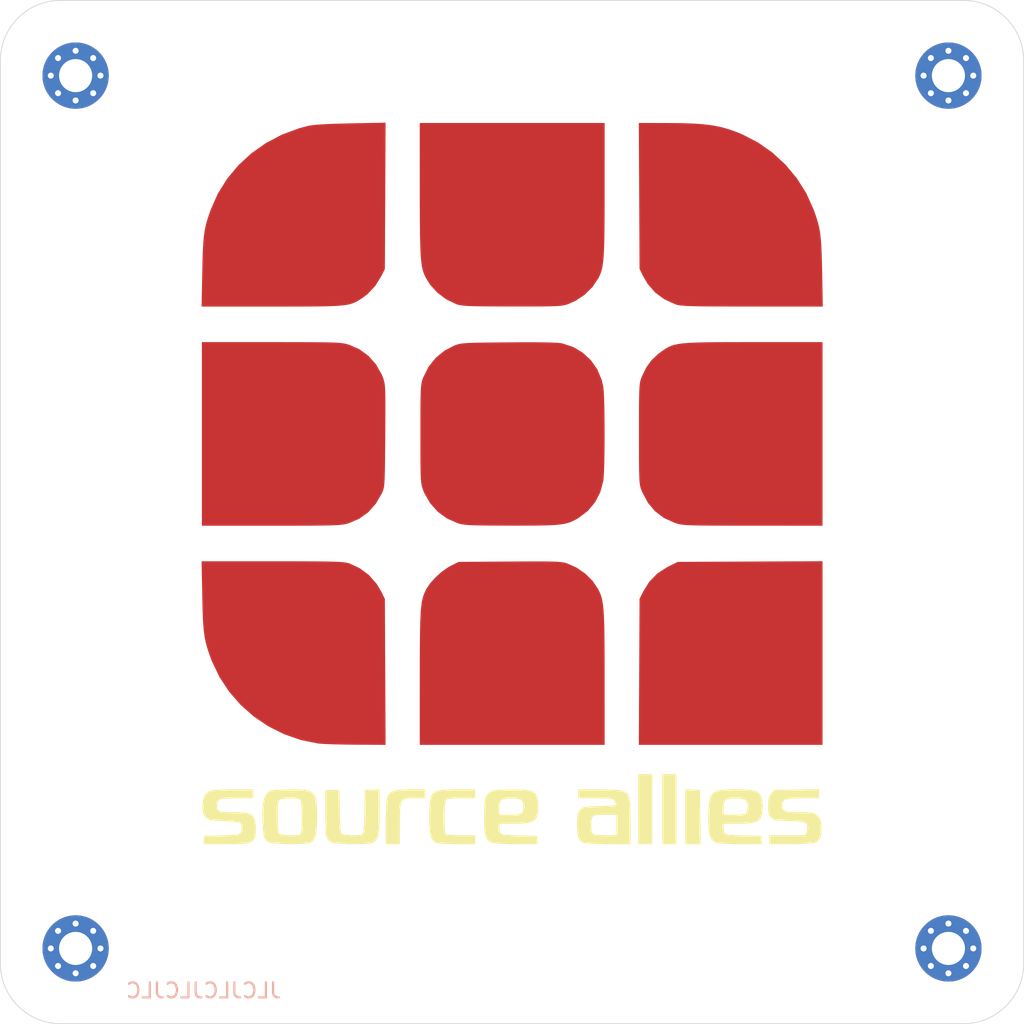
<source format=kicad_pcb>
(kicad_pcb (version 20171130) (host pcbnew 5.1.6-1.fc32)

  (general
    (thickness 1.6)
    (drawings 9)
    (tracks 0)
    (zones 0)
    (modules 6)
    (nets 1)
  )

  (page A4)
  (layers
    (0 F.Cu signal)
    (31 B.Cu signal)
    (32 B.Adhes user)
    (33 F.Adhes user)
    (34 B.Paste user)
    (35 F.Paste user)
    (36 B.SilkS user)
    (37 F.SilkS user)
    (38 B.Mask user)
    (39 F.Mask user)
    (40 Dwgs.User user)
    (41 Cmts.User user)
    (42 Eco1.User user)
    (43 Eco2.User user)
    (44 Edge.Cuts user)
    (45 Margin user)
    (46 B.CrtYd user)
    (47 F.CrtYd user)
    (48 B.Fab user)
    (49 F.Fab user)
  )

  (setup
    (last_trace_width 0.25)
    (trace_clearance 0.2)
    (zone_clearance 0.508)
    (zone_45_only no)
    (trace_min 0.2)
    (via_size 0.8)
    (via_drill 0.4)
    (via_min_size 0.4)
    (via_min_drill 0.3)
    (uvia_size 0.3)
    (uvia_drill 0.1)
    (uvias_allowed no)
    (uvia_min_size 0.2)
    (uvia_min_drill 0.1)
    (edge_width 0.05)
    (segment_width 0.2)
    (pcb_text_width 0.3)
    (pcb_text_size 1.5 1.5)
    (mod_edge_width 0.12)
    (mod_text_size 1 1)
    (mod_text_width 0.15)
    (pad_size 1.524 1.524)
    (pad_drill 0.762)
    (pad_to_mask_clearance 0.05)
    (aux_axis_origin 0 0)
    (visible_elements FFFFF77F)
    (pcbplotparams
      (layerselection 0x010fc_ffffffff)
      (usegerberextensions false)
      (usegerberattributes true)
      (usegerberadvancedattributes true)
      (creategerberjobfile true)
      (excludeedgelayer true)
      (linewidth 0.100000)
      (plotframeref false)
      (viasonmask false)
      (mode 1)
      (useauxorigin false)
      (hpglpennumber 1)
      (hpglpenspeed 20)
      (hpglpendiameter 15.000000)
      (psnegative false)
      (psa4output false)
      (plotreference true)
      (plotvalue true)
      (plotinvisibletext false)
      (padsonsilk false)
      (subtractmaskfromsilk true)
      (outputformat 1)
      (mirror false)
      (drillshape 0)
      (scaleselection 1)
      (outputdirectory "gerber/"))
  )

  (net 0 "")

  (net_class Default "This is the default net class."
    (clearance 0.2)
    (trace_width 0.25)
    (via_dia 0.8)
    (via_drill 0.4)
    (uvia_dia 0.3)
    (uvia_drill 0.1)
  )

  (module kbd:source_text (layer F.Cu) (tedit 0) (tstamp 5F083FEE)
    (at 119 138.7)
    (fp_text reference G*** (at 0 0) (layer F.SilkS) hide
      (effects (font (size 1.524 1.524) (thickness 0.3)))
    )
    (fp_text value LOGO (at 0.75 0) (layer F.SilkS) hide
      (effects (font (size 1.524 1.524) (thickness 0.3)))
    )
    (fp_poly (pts (xy -17.187334 -0.677334) (xy -18.266834 -0.676037) (xy -18.683994 -0.670559) (xy -19.04349 -0.656538)
      (xy -19.309352 -0.636031) (xy -19.445607 -0.611095) (xy -19.450892 -0.608329) (xy -19.569408 -0.446946)
      (xy -19.614394 -0.211359) (xy -19.578314 0.016693) (xy -19.517431 0.11314) (xy -19.417408 0.179723)
      (xy -19.255506 0.222302) (xy -18.998662 0.245445) (xy -18.613809 0.253719) (xy -18.497603 0.254)
      (xy -18.106474 0.26287) (xy -17.760163 0.286766) (xy -17.50572 0.321612) (xy -17.412321 0.348003)
      (xy -17.194339 0.521899) (xy -17.065656 0.813099) (xy -17.019485 1.237945) (xy -17.019157 1.29515)
      (xy -17.02782 1.632979) (xy -17.065084 1.891623) (xy -17.150856 2.081618) (xy -17.305042 2.213502)
      (xy -17.547552 2.29781) (xy -17.898292 2.345081) (xy -18.37717 2.36585) (xy -19.004094 2.370655)
      (xy -19.05116 2.370666) (xy -20.500063 2.370666) (xy -20.473532 2.0955) (xy -20.447 1.820333)
      (xy -19.309584 1.7966) (xy -18.847112 1.780325) (xy -18.465553 1.753892) (xy -18.194126 1.720022)
      (xy -18.06205 1.681432) (xy -18.060751 1.6804) (xy -17.978105 1.523678) (xy -17.952598 1.292776)
      (xy -17.984861 1.070214) (xy -18.055167 0.951577) (xy -18.177638 0.915237) (xy -18.431796 0.87992)
      (xy -18.780025 0.849751) (xy -19.16826 0.829452) (xy -19.597284 0.811927) (xy -19.891285 0.791554)
      (xy -20.084507 0.76071) (xy -20.211193 0.711771) (xy -20.305587 0.637114) (xy -20.37476 0.560854)
      (xy -20.502093 0.36759) (xy -20.561781 0.131994) (xy -20.574 -0.135926) (xy -20.52524 -0.605719)
      (xy -20.37745 -0.941091) (xy -20.128372 -1.146583) (xy -20.055939 -1.176155) (xy -19.872367 -1.210439)
      (xy -19.554917 -1.238795) (xy -19.139002 -1.259103) (xy -18.660036 -1.269244) (xy -18.487033 -1.27)
      (xy -17.187334 -1.27) (xy -17.187334 -0.677334)) (layer F.SilkS) (width 0.01))
    (fp_poly (pts (xy -13.855594 -1.246123) (xy -13.497924 -1.176296) (xy -13.249634 -1.040189) (xy -13.09091 -0.820106)
      (xy -13.001941 -0.49835) (xy -12.962912 -0.057227) (xy -12.95401 0.520962) (xy -12.954 0.550333)
      (xy -12.966093 1.142265) (xy -13.006169 1.587514) (xy -13.079925 1.907256) (xy -13.193059 2.122667)
      (xy -13.351267 2.254925) (xy -13.421084 2.286538) (xy -13.625019 2.328531) (xy -13.949587 2.355983)
      (xy -14.354331 2.369534) (xy -14.798794 2.369826) (xy -15.242519 2.357498) (xy -15.645048 2.33319)
      (xy -15.965925 2.297544) (xy -16.164692 2.251199) (xy -16.182461 2.242832) (xy -16.324356 2.150424)
      (xy -16.422934 2.032831) (xy -16.488528 1.85729) (xy -16.53147 1.591038) (xy -16.562092 1.201313)
      (xy -16.573187 1.003869) (xy -16.584676 0.536378) (xy -15.578667 0.536378) (xy -15.569732 1.072091)
      (xy -15.542848 1.440706) (xy -15.497902 1.643516) (xy -15.477067 1.6764) (xy -15.346417 1.725161)
      (xy -15.10158 1.759454) (xy -14.797247 1.777281) (xy -14.488103 1.776641) (xy -14.228838 1.755534)
      (xy -14.103925 1.726608) (xy -14.047353 1.680302) (xy -14.008896 1.574524) (xy -13.985333 1.3822)
      (xy -13.973444 1.076254) (xy -13.970008 0.629608) (xy -13.97 0.600541) (xy -13.978333 0.059081)
      (xy -14.003509 -0.316936) (xy -14.045794 -0.530586) (xy -14.0716 -0.575734) (xy -14.213509 -0.631954)
      (xy -14.466493 -0.665339) (xy -14.77376 -0.6753) (xy -15.07852 -0.661245) (xy -15.323983 -0.622586)
      (xy -15.4149 -0.589688) (xy -15.483987 -0.538085) (xy -15.53049 -0.450786) (xy -15.55879 -0.297661)
      (xy -15.573269 -0.048578) (xy -15.57831 0.326594) (xy -15.578667 0.536378) (xy -16.584676 0.536378)
      (xy -16.590377 0.30446) (xy -16.558302 -0.245172) (xy -16.475216 -0.657778) (xy -16.339375 -0.94611)
      (xy -16.299279 -0.997597) (xy -16.212902 -1.090906) (xy -16.121171 -1.155749) (xy -15.99237 -1.198369)
      (xy -15.794785 -1.225013) (xy -15.496701 -1.241925) (xy -15.066403 -1.255352) (xy -14.978324 -1.257724)
      (xy -14.342456 -1.267367) (xy -13.855594 -1.246123)) (layer F.SilkS) (width 0.01))
    (fp_poly (pts (xy -8.805334 0.167827) (xy -8.811568 0.812685) (xy -8.833355 1.30955) (xy -8.875322 1.679409)
      (xy -8.942095 1.94325) (xy -9.038302 2.12206) (xy -9.168569 2.236827) (xy -9.272417 2.286538)
      (xy -9.47994 2.329563) (xy -9.807872 2.357388) (xy -10.215584 2.370722) (xy -10.662449 2.370276)
      (xy -11.10784 2.356759) (xy -11.511129 2.330881) (xy -11.831688 2.293352) (xy -12.02889 2.244882)
      (xy -12.042758 2.238136) (xy -12.232554 2.072834) (xy -12.339091 1.881693) (xy -12.360647 1.721736)
      (xy -12.37915 1.426134) (xy -12.393297 1.028565) (xy -12.401787 0.56271) (xy -12.403667 0.211666)
      (xy -12.403667 -1.227667) (xy -11.472334 -1.227667) (xy -11.448997 0.163272) (xy -11.434165 0.712954)
      (xy -11.410671 1.156172) (xy -11.379999 1.473746) (xy -11.343631 1.646499) (xy -11.332797 1.666105)
      (xy -11.206384 1.719991) (xy -10.965192 1.757508) (xy -10.663136 1.77699) (xy -10.354131 1.776768)
      (xy -10.092092 1.755175) (xy -9.930933 1.710542) (xy -9.929294 1.70952) (xy -9.885873 1.620025)
      (xy -9.852069 1.405035) (xy -9.826837 1.05221) (xy -9.809135 0.549211) (xy -9.802294 0.207984)
      (xy -9.779 -1.227667) (xy -8.805334 -1.278451) (xy -8.805334 0.167827)) (layer F.SilkS) (width 0.01))
    (fp_poly (pts (xy -5.757334 -0.677334) (xy -6.4722 -0.677334) (xy -6.802759 -0.674194) (xy -7.048972 -0.650282)
      (xy -7.223262 -0.58386) (xy -7.338052 -0.453187) (xy -7.405766 -0.236525) (xy -7.438827 0.087865)
      (xy -7.449659 0.541722) (xy -7.450667 1.034838) (xy -7.450667 2.370666) (xy -8.382 2.370666)
      (xy -8.382 0.943967) (xy -8.376007 0.387093) (xy -8.359073 -0.092987) (xy -8.332763 -0.468526)
      (xy -8.298646 -0.711777) (xy -8.285876 -0.758474) (xy -8.181235 -0.956998) (xy -8.011088 -1.099669)
      (xy -7.75161 -1.194128) (xy -7.378976 -1.24802) (xy -6.869363 -1.268987) (xy -6.691387 -1.27)
      (xy -5.757334 -1.27) (xy -5.757334 -0.677334)) (layer F.SilkS) (width 0.01))
    (fp_poly (pts (xy -2.455334 -1.27) (xy -2.455334 -0.677334) (xy -3.369734 -0.677334) (xy -3.858936 -0.66707)
      (xy -4.195084 -0.636742) (xy -4.371197 -0.587049) (xy -4.385734 -0.575734) (xy -4.436136 -0.43719)
      (xy -4.469304 -0.137723) (xy -4.485505 0.325744) (xy -4.487334 0.600541) (xy -4.484269 1.055676)
      (xy -4.472926 1.368629) (xy -4.450085 1.566476) (xy -4.412527 1.676293) (xy -4.357031 1.725156)
      (xy -4.353409 1.726608) (xy -4.215907 1.748115) (xy -3.951669 1.7652) (xy -3.603276 1.775709)
      (xy -3.337409 1.778) (xy -2.455334 1.778) (xy -2.455334 2.370666) (xy -3.661834 2.365299)
      (xy -4.112531 2.358021) (xy -4.515661 2.34176) (xy -4.834406 2.318704) (xy -5.031948 2.291046)
      (xy -5.062596 2.28197) (xy -5.236535 2.161371) (xy -5.362557 1.947238) (xy -5.445622 1.620808)
      (xy -5.49069 1.163321) (xy -5.502862 0.616552) (xy -5.494992 0.186904) (xy -5.474022 -0.21256)
      (xy -5.443305 -0.532889) (xy -5.412348 -0.705264) (xy -5.334553 -0.904086) (xy -5.21174 -1.051305)
      (xy -5.020631 -1.154178) (xy -4.737948 -1.219963) (xy -4.340413 -1.255918) (xy -3.804747 -1.2693)
      (xy -3.601053 -1.270001) (xy -2.455334 -1.27)) (layer F.SilkS) (width 0.01))
    (fp_poly (pts (xy 0.858099 -1.244255) (xy 1.182397 -1.196237) (xy 1.407993 -1.109998) (xy 1.558175 -0.978189)
      (xy 1.656227 -0.793459) (xy 1.697474 -0.662572) (xy 1.75241 -0.29929) (xy 1.74581 0.095725)
      (xy 1.683043 0.453366) (xy 1.593999 0.669356) (xy 1.462426 0.812018) (xy 1.258103 0.912305)
      (xy 0.956103 0.975892) (xy 0.531498 1.00846) (xy 0.072032 1.016) (xy -0.846667 1.016)
      (xy -0.846667 1.301966) (xy -0.81573 1.524903) (xy -0.740717 1.67552) (xy -0.73525 1.6804)
      (xy -0.607148 1.719076) (xy -0.338943 1.753102) (xy 0.040147 1.77976) (xy 0.500902 1.796331)
      (xy 0.513583 1.7966) (xy 1.651 1.820333) (xy 1.677531 2.0955) (xy 1.704062 2.370666)
      (xy 0.238197 2.367276) (xy -0.343835 2.362316) (xy -0.780027 2.349322) (xy -1.093753 2.326529)
      (xy -1.30839 2.292169) (xy -1.447315 2.244475) (xy -1.457549 2.239119) (xy -1.619398 2.106612)
      (xy -1.735867 1.897304) (xy -1.811094 1.590792) (xy -1.849215 1.166674) (xy -1.85437 0.604546)
      (xy -1.847511 0.31627) (xy -1.835218 -0.039355) (xy -0.846667 -0.039355) (xy -0.846667 0.423333)
      (xy -0.143934 0.423333) (xy 0.248548 0.410552) (xy 0.526826 0.37455) (xy 0.6604 0.321733)
      (xy 0.724016 0.178048) (xy 0.759405 -0.057368) (xy 0.762 -0.140955) (xy 0.7355 -0.394279)
      (xy 0.637154 -0.555211) (xy 0.438688 -0.642604) (xy 0.111828 -0.675314) (xy -0.042334 -0.677334)
      (xy -0.418239 -0.662024) (xy -0.656396 -0.600199) (xy -0.786865 -0.468015) (xy -0.839705 -0.24163)
      (xy -0.846667 -0.039355) (xy -1.835218 -0.039355) (xy -1.832052 -0.130933) (xy -1.813774 -0.442391)
      (xy -1.785907 -0.651649) (xy -1.741681 -0.792249) (xy -1.674327 -0.897736) (xy -1.582664 -0.996064)
      (xy -1.484377 -1.088358) (xy -1.384365 -1.152966) (xy -1.250985 -1.19573) (xy -1.052592 -1.222491)
      (xy -0.757544 -1.239088) (xy -0.334197 -1.251363) (xy -0.179743 -1.255022) (xy 0.411815 -1.2614)
      (xy 0.858099 -1.244255)) (layer F.SilkS) (width 0.01))
    (fp_poly (pts (xy 6.251516 -1.264001) (xy 6.702851 -1.247311) (xy 7.065021 -1.221891) (xy 7.304346 -1.189705)
      (xy 7.355938 -1.176155) (xy 7.52653 -1.100605) (xy 7.655495 -0.993714) (xy 7.748492 -0.832976)
      (xy 7.811178 -0.595882) (xy 7.84921 -0.259928) (xy 7.868246 0.197396) (xy 7.873943 0.798594)
      (xy 7.874 0.884795) (xy 7.874 2.370666) (xy 6.371166 2.364936) (xy 5.852558 2.358133)
      (xy 5.394575 2.342913) (xy 5.026394 2.320892) (xy 4.777194 2.293689) (xy 4.687492 2.271641)
      (xy 4.517498 2.140568) (xy 4.404584 1.924839) (xy 4.340829 1.598461) (xy 4.318312 1.135438)
      (xy 4.318026 1.065271) (xy 5.252965 1.065271) (xy 5.261431 1.351207) (xy 5.302437 1.581799)
      (xy 5.350933 1.6764) (xy 5.494984 1.73101) (xy 5.78471 1.765789) (xy 6.197321 1.777999)
      (xy 6.1976 1.778) (xy 6.942666 1.778) (xy 6.942666 0.423333) (xy 6.183645 0.423333)
      (xy 5.814373 0.427614) (xy 5.57828 0.445103) (xy 5.439328 0.482772) (xy 5.361478 0.547591)
      (xy 5.336978 0.5871) (xy 5.27787 0.788924) (xy 5.252965 1.065271) (xy 4.318026 1.065271)
      (xy 4.318 1.05907) (xy 4.323502 0.696345) (xy 4.346761 0.455738) (xy 4.397899 0.290205)
      (xy 4.487041 0.152702) (xy 4.522132 0.110554) (xy 4.610773 0.013775) (xy 4.702414 -0.053176)
      (xy 4.829149 -0.09679) (xy 5.02307 -0.123558) (xy 5.316272 -0.139973) (xy 5.740848 -0.152526)
      (xy 5.834466 -0.154896) (xy 6.245405 -0.169476) (xy 6.587391 -0.189679) (xy 6.829097 -0.213047)
      (xy 6.939195 -0.23712) (xy 6.942666 -0.24189) (xy 6.898801 -0.348444) (xy 6.810865 -0.489162)
      (xy 6.748358 -0.565123) (xy 6.666011 -0.617337) (xy 6.53392 -0.650234) (xy 6.322179 -0.668245)
      (xy 6.000883 -0.675801) (xy 5.540865 -0.677334) (xy 4.402666 -0.677334) (xy 4.402666 -1.27)
      (xy 5.744699 -1.27) (xy 6.251516 -1.264001)) (layer F.SilkS) (width 0.01))
    (fp_poly (pts (xy 9.313333 2.370666) (xy 8.382 2.370666) (xy 8.382 -2.286) (xy 9.313333 -2.286)
      (xy 9.313333 2.370666)) (layer F.SilkS) (width 0.01))
    (fp_poly (pts (xy 10.922 2.370666) (xy 9.990666 2.370666) (xy 9.990666 -2.286) (xy 10.922 -2.286)
      (xy 10.922 2.370666)) (layer F.SilkS) (width 0.01))
    (fp_poly (pts (xy 12.0015 -1.253059) (xy 12.488333 -1.227667) (xy 12.511183 0.5715) (xy 12.534034 2.370666)
      (xy 11.514666 2.370666) (xy 11.514666 -1.278451) (xy 12.0015 -1.253059)) (layer F.SilkS) (width 0.01))
    (fp_poly (pts (xy 15.437013 -1.260908) (xy 15.861912 -1.22844) (xy 16.165658 -1.16481) (xy 16.371981 -1.062231)
      (xy 16.504612 -0.912918) (xy 16.587281 -0.709082) (xy 16.588347 -0.705264) (xy 16.673163 -0.178311)
      (xy 16.616846 0.340061) (xy 16.588347 0.451263) (xy 16.499347 0.665305) (xy 16.353184 0.819882)
      (xy 16.125662 0.923534) (xy 15.792589 0.984803) (xy 15.329769 1.012231) (xy 14.988719 1.016)
      (xy 14.054666 1.016) (xy 14.054666 1.301966) (xy 14.085604 1.524903) (xy 14.160616 1.67552)
      (xy 14.166083 1.6804) (xy 14.294185 1.719076) (xy 14.56239 1.753102) (xy 14.94148 1.77976)
      (xy 15.402235 1.796331) (xy 15.414916 1.7966) (xy 16.552333 1.820333) (xy 16.578864 2.0955)
      (xy 16.605395 2.370666) (xy 15.139531 2.367276) (xy 14.557498 2.362316) (xy 14.121307 2.349322)
      (xy 13.80758 2.326529) (xy 13.592943 2.292169) (xy 13.454018 2.244475) (xy 13.443785 2.239119)
      (xy 13.279096 2.101764) (xy 13.161394 1.882139) (xy 13.086451 1.560206) (xy 13.050041 1.115927)
      (xy 13.047936 0.529264) (xy 13.051632 0.379994) (xy 13.070194 -0.039355) (xy 14.054666 -0.039355)
      (xy 14.054666 0.423333) (xy 14.7574 0.423333) (xy 15.149881 0.410552) (xy 15.42816 0.37455)
      (xy 15.561733 0.321733) (xy 15.625349 0.178048) (xy 15.660739 -0.057368) (xy 15.663333 -0.140955)
      (xy 15.636834 -0.394279) (xy 15.538488 -0.555211) (xy 15.340021 -0.642604) (xy 15.013162 -0.675314)
      (xy 14.859 -0.677334) (xy 14.483094 -0.662024) (xy 14.244937 -0.600199) (xy 14.114469 -0.468015)
      (xy 14.061628 -0.24163) (xy 14.054666 -0.039355) (xy 13.070194 -0.039355) (xy 13.076007 -0.170667)
      (xy 13.127729 -0.583169) (xy 13.228655 -0.877377) (xy 13.400642 -1.073153) (xy 13.665547 -1.190361)
      (xy 14.045227 -1.248865) (xy 14.561538 -1.268527) (xy 14.867231 -1.270001) (xy 15.437013 -1.260908)) (layer F.SilkS) (width 0.01))
    (fp_poly (pts (xy 20.404666 -0.677334) (xy 19.310047 -0.677334) (xy 18.798619 -0.671369) (xy 18.432619 -0.647548)
      (xy 18.18838 -0.596981) (xy 18.042237 -0.51078) (xy 17.97052 -0.380056) (xy 17.949563 -0.195919)
      (xy 17.949333 -0.166265) (xy 17.973753 0.001364) (xy 18.062794 0.118912) (xy 18.240129 0.194551)
      (xy 18.529431 0.236453) (xy 18.954372 0.252792) (xy 19.166712 0.254) (xy 19.572853 0.257219)
      (xy 19.848687 0.271489) (xy 20.033191 0.303723) (xy 20.165342 0.360836) (xy 20.284116 0.449745)
      (xy 20.287785 0.452894) (xy 20.424134 0.597408) (xy 20.502801 0.77306) (xy 20.54549 1.037952)
      (xy 20.556697 1.172757) (xy 20.554461 1.646106) (xy 20.465349 1.984804) (xy 20.284072 2.202578)
      (xy 20.130036 2.280504) (xy 19.958514 2.311243) (xy 19.653126 2.337479) (xy 19.249321 2.357269)
      (xy 18.782548 2.368666) (xy 18.487032 2.370666) (xy 17.102666 2.370666) (xy 17.102666 1.778)
      (xy 19.476963 1.778) (xy 19.574959 1.562922) (xy 19.626437 1.265114) (xy 19.592584 1.118422)
      (xy 19.552359 1.019689) (xy 19.493035 0.95245) (xy 19.383394 0.908347) (xy 19.192221 0.87902)
      (xy 18.888298 0.85611) (xy 18.540273 0.836638) (xy 18.144385 0.814858) (xy 17.806544 0.79543)
      (xy 17.565158 0.780615) (xy 17.4625 0.773138) (xy 17.328387 0.709118) (xy 17.187333 0.592666)
      (xy 17.092399 0.46268) (xy 17.040075 0.2804) (xy 17.019645 -0.002081) (xy 17.018 -0.164613)
      (xy 17.02723 -0.499851) (xy 17.064116 -0.722086) (xy 17.142452 -0.887079) (xy 17.222192 -0.990113)
      (xy 17.426384 -1.227667) (xy 18.915525 -1.255828) (xy 20.404666 -1.283988) (xy 20.404666 -0.677334)) (layer F.SilkS) (width 0.01))
  )

  (module kbd:source_logo_clean (layer F.Cu) (tedit 5F07C6C3) (tstamp 5F0834A3)
    (at 118.9 108.1)
    (attr smd)
    (fp_text reference G*** (at 13.97 16.51) (layer F.SilkS) hide
      (effects (font (size 1.524 1.524) (thickness 0.3)))
    )
    (fp_text value LOGO (at 14.72 16.51) (layer F.SilkS) hide
      (effects (font (size 1.524 1.524) (thickness 0.3)))
    )
    (pad 1 smd custom (at -13.9 -8.26) (size 1.524 1.524) (layers F.Cu F.Paste F.Mask)
      (options (clearance outline) (anchor circle))
      (primitives
        (gr_poly (pts
           (xy 5.5695 -1.851231) (xy 5.545666 3.005667) (xy 5.315205 3.474489) (xy 4.910537 4.128135) (xy 4.399941 4.673284)
           (xy 4.022256 4.956276) (xy 3.84389 5.069094) (xy 3.679237 5.165225) (xy 3.513665 5.246007) (xy 3.332542 5.312773)
           (xy 3.121235 5.366859) (xy 2.865113 5.4096) (xy 2.549542 5.442332) (xy 2.15989 5.46639) (xy 1.681526 5.48311)
           (xy 1.099816 5.493826) (xy 0.400129 5.499874) (xy -0.432169 5.502589) (xy -1.411708 5.503306) (xy -1.972395 5.503334)
           (xy -6.623388 5.503334) (xy -6.578671 3.196167) (xy -6.561407 2.418044) (xy -6.540313 1.781157) (xy -6.511541 1.257412)
           (xy -6.47124 0.818712) (xy -6.415563 0.43696) (xy -6.340661 0.08406) (xy -6.242683 -0.268083) (xy -6.117783 -0.647567)
           (xy -6.010928 -0.948232) (xy -5.538797 -2.008754) (xy -4.924226 -2.990541) (xy -4.179963 -3.88261) (xy -3.318757 -4.67398)
           (xy -2.353355 -5.353667) (xy -1.296508 -5.910687) (xy -0.160962 -6.334059) (xy 0.421239 -6.489609) (xy 0.692918 -6.537099)
           (xy 1.074868 -6.576842) (xy 1.580834 -6.609674) (xy 2.224563 -6.63643) (xy 3.0198 -6.657943) (xy 3.2835 -6.663374)
           (xy 5.593334 -6.708128) (xy 5.5695 -1.851231)) (width 0.01))
      ))
    (pad 2 smd custom (at 0.07 -8.26) (size 1.524 1.524) (layers F.Cu F.Paste F.Mask)
      (options (clearance outline) (anchor circle))
      (primitives
        (gr_poly (pts
           (xy 6.179196 -2.264833) (xy 6.178022 -1.197646) (xy 6.174581 -0.285081) (xy 6.167853 0.487568) (xy 6.156816 1.135008)
           (xy 6.140448 1.671945) (xy 6.117727 2.113086) (xy 6.087631 2.473137) (xy 6.04914 2.766806) (xy 6.00123 3.008798)
           (xy 5.942882 3.213819) (xy 5.873072 3.396578) (xy 5.790779 3.571779) (xy 5.771024 3.610524) (xy 5.374737 4.204552)
           (xy 4.851592 4.720607) (xy 4.237301 5.128102) (xy 3.752979 5.339053) (xy 3.620501 5.381106) (xy 3.479805 5.415274)
           (xy 3.312703 5.442324) (xy 3.101008 5.463025) (xy 2.826531 5.478145) (xy 2.471086 5.48845) (xy 2.016484 5.49471)
           (xy 1.444538 5.497691) (xy 0.737061 5.498162) (xy 0.007912 5.497147) (xy -0.833876 5.494945) (xy -1.524275 5.491307)
           (xy -2.08123 5.485446) (xy -2.522683 5.476572) (xy -2.86658 5.463895) (xy -3.130864 5.446628) (xy -3.333477 5.42398)
           (xy -3.492366 5.395162) (xy -3.625472 5.359386) (xy -3.70104 5.334033) (xy -4.339558 5.025258) (xy -4.922027 4.586538)
           (xy -5.408556 4.052503) (xy -5.686359 3.610524) (xy -5.771517 3.435016) (xy -5.843968 3.255166) (xy -5.904735 3.056267)
           (xy -5.95484 2.823614) (xy -5.995303 2.5425) (xy -6.027147 2.198217) (xy -6.051393 1.77606) (xy -6.069063 1.261323)
           (xy -6.081178 0.639297) (xy -6.088761 -0.104722) (xy -6.092833 -0.985442) (xy -6.094415 -2.017569) (xy -6.09453 -2.264833)
           (xy -6.096 -6.688666) (xy 6.180666 -6.688666) (xy 6.179196 -2.264833)) (width 0.01))
      ))
    (pad 3 smd custom (at 15.31 -8.26) (size 1.524 1.524) (layers F.Cu F.Paste F.Mask)
      (options (clearance outline) (anchor circle))
      (primitives
        (gr_poly (pts
           (xy -4.892151 -6.686052) (xy -3.956898 -6.677141) (xy -3.162446 -6.650392) (xy -2.480811 -6.601565) (xy -1.884009 -6.526422)
           (xy -1.344056 -6.42072) (xy -0.832967 -6.280221) (xy -0.322757 -6.100684) (xy 0.092734 -5.93076) (xy 1.134384 -5.393694)
           (xy 2.095786 -4.717727) (xy 2.960997 -3.919676) (xy 3.714078 -3.016354) (xy 4.339086 -2.024578) (xy 4.82008 -0.961163)
           (xy 4.830225 -0.933524) (xy 4.975173 -0.524188) (xy 5.090811 -0.159181) (xy 5.180941 0.189382) (xy 5.249366 0.549385)
           (xy 5.299888 0.948716) (xy 5.336309 1.415258) (xy 5.362431 1.976897) (xy 5.382058 2.661519) (xy 5.393337 3.196167)
           (xy 5.438054 5.503334) (xy 0.750527 5.500569) (xy -0.271194 5.499568) (xy -1.137846 5.497588) (xy -1.863692 5.494212)
           (xy -2.462994 5.489023) (xy -2.950016 5.481603) (xy -3.33902 5.471536) (xy -3.644271 5.458404) (xy -3.88003 5.44179)
           (xy -4.060562 5.421277) (xy -4.200128 5.396447) (xy -4.312992 5.366883) (xy -4.361439 5.351038) (xy -5.092444 5.017532)
           (xy -5.706025 4.56229) (xy -6.204678 3.983125) (xy -6.497066 3.481831) (xy -6.731 3.005667) (xy -6.754818 -1.8415)
           (xy -6.778636 -6.688666) (xy -4.892151 -6.686052)) (width 0.01))
      ))
    (pad 4 smd custom (at 15.31 5.71) (size 1.524 1.524) (layers F.Cu F.Paste F.Mask)
      (options (clearance outline) (anchor circle))
      (primitives
        (gr_poly (pts
           (xy 5.418666 6.096) (xy 0.783166 6.093814) (xy -0.220497 6.093213) (xy -1.069665 6.092064) (xy -1.779173 6.089816)
           (xy -2.363858 6.085917) (xy -2.838559 6.079814) (xy -3.218112 6.070957) (xy -3.517353 6.058794) (xy -3.75112 6.042771)
           (xy -3.934251 6.022338) (xy -4.081581 5.996942) (xy -4.207949 5.966032) (xy -4.32819 5.929055) (xy -4.412966 5.900525)
           (xy -5.115959 5.57972) (xy -5.706003 5.133848) (xy -6.186052 4.560081) (xy -6.559062 3.85559) (xy -6.566183 3.838366)
           (xy -6.617188 3.711516) (xy -6.658848 3.591406) (xy -6.692111 3.460175) (xy -6.71792 3.299959) (xy -6.737223 3.092894)
           (xy -6.750962 2.821119) (xy -6.760085 2.46677) (xy -6.765537 2.011984) (xy -6.768262 1.438898) (xy -6.769206 0.729649)
           (xy -6.769315 0) (xy -6.769144 -0.840144) (xy -6.768003 -1.528817) (xy -6.764946 -2.083883) (xy -6.759027 -2.523205)
           (xy -6.749302 -2.864646) (xy -6.734824 -3.126068) (xy -6.714649 -3.325335) (xy -6.687831 -3.480309) (xy -6.653425 -3.608854)
           (xy -6.610485 -3.728833) (xy -6.566183 -3.838366) (xy -6.277562 -4.429209) (xy -5.934307 -4.902195) (xy -5.497982 -5.308021)
           (xy -5.389415 -5.390576) (xy -5.191952 -5.534685) (xy -5.01076 -5.657696) (xy -4.831155 -5.761279) (xy -4.638455 -5.847104)
           (xy -4.417976 -5.91684) (xy -4.155035 -5.972157) (xy -3.834949 -6.014726) (xy -3.443035 -6.046216) (xy -2.96461 -6.068297)
           (xy -2.384991 -6.082639) (xy -1.689494 -6.090911) (xy -0.863437 -6.094785) (xy 0.107863 -6.095929) (xy 0.813251 -6.096)
           (xy 5.418666 -6.096) (xy 5.418666 6.096)) (width 0.01))
      ))
    (pad 6 smd custom (at -13.9 5.71) (size 1.524 1.524) (layers F.Cu F.Paste F.Mask)
      (options (clearance outline) (anchor circle))
      (primitives
        (gr_poly (pts
           (xy -0.994061 -6.095742) (xy -0.143944 -6.09464) (xy 0.566688 -6.092201) (xy 1.152761 -6.087933) (xy 1.629198 -6.081343)
           (xy 2.010925 -6.071938) (xy 2.312865 -6.059225) (xy 2.549944 -6.042711) (xy 2.737085 -6.021905) (xy 2.889214 -5.996313)
           (xy 3.021253 -5.965442) (xy 3.148129 -5.928801) (xy 3.157996 -5.925762) (xy 3.849813 -5.626107) (xy 4.452834 -5.188188)
           (xy 4.952749 -4.625812) (xy 5.335244 -3.952789) (xy 5.420734 -3.742705) (xy 5.464339 -3.619566) (xy 5.49982 -3.494396)
           (xy 5.527862 -3.349525) (xy 5.54915 -3.167284) (xy 5.564368 -2.930002) (xy 5.574201 -2.620012) (xy 5.579335 -2.219642)
           (xy 5.580454 -1.711225) (xy 5.578243 -1.077089) (xy 5.573387 -0.299567) (xy 5.5704 0.118542) (xy 5.56399 0.966599)
           (xy 5.557641 1.662739) (xy 5.550354 2.224376) (xy 5.541129 2.668923) (xy 5.528966 3.013796) (xy 5.512866 3.276406)
           (xy 5.49183 3.474167) (xy 5.464857 3.624494) (xy 5.430949 3.7448) (xy 5.389105 3.852498) (xy 5.351211 3.937)
           (xy 4.946803 4.636498) (xy 4.437972 5.205691) (xy 3.829658 5.640101) (xy 3.157996 5.925762) (xy 3.030902 5.962863)
           (xy 2.89978 5.994156) (xy 2.749705 6.020132) (xy 2.565753 6.041286) (xy 2.333 6.058108) (xy 2.03652 6.071093)
           (xy 1.66139 6.080733) (xy 1.192685 6.08752) (xy 0.61548 6.091948) (xy -0.085149 6.094508) (xy -0.924125 6.095694)
           (xy -1.916375 6.095999) (xy -1.998586 6.096) (xy -6.604 6.096) (xy -6.604 -6.096) (xy -1.998586 -6.096)
           (xy -0.994061 -6.095742)) (width 0.01))
      ))
    (pad 7 smd custom (at -13.9 22.22) (size 1.524 1.524) (layers F.Cu F.Paste F.Mask)
      (options (clearance outline) (anchor circle))
      (primitives
        (gr_poly (pts
           (xy -0.90302 -8.042878) (xy -0.031466 -8.041253) (xy 0.699016 -8.03807) (xy 1.302553 -8.032942) (xy 1.793277 -8.025481)
           (xy 2.185315 -8.015299) (xy 2.492797 -8.002008) (xy 2.729853 -7.98522) (xy 2.910611 -7.964548) (xy 3.049201 -7.939603)
           (xy 3.159753 -7.909998) (xy 3.181084 -7.903033) (xy 3.886081 -7.578824) (xy 4.501341 -7.116306) (xy 5.010943 -6.529569)
           (xy 5.315205 -6.014489) (xy 5.545666 -5.545666) (xy 5.569484 -0.6985) (xy 5.593301 4.148667) (xy 3.62215 4.137931)
           (xy 3.025302 4.13182) (xy 2.452925 4.120697) (xy 1.937668 4.105597) (xy 1.51218 4.087558) (xy 1.20911 4.067617)
           (xy 1.123439 4.058571) (xy -0.039232 3.824985) (xy -1.150939 3.439704) (xy -2.197267 2.914165) (xy -3.163804 2.259806)
           (xy -4.036137 1.488065) (xy -4.799853 0.610378) (xy -5.440538 -0.361818) (xy -5.943779 -1.417084) (xy -6.015559 -1.606476)
           (xy -6.160507 -2.015812) (xy -6.276145 -2.380819) (xy -6.366275 -2.729381) (xy -6.4347 -3.089385) (xy -6.485222 -3.488715)
           (xy -6.521643 -3.955257) (xy -6.547766 -4.516897) (xy -6.567392 -5.201519) (xy -6.578671 -5.736166) (xy -6.623388 -8.043333)
           (xy -1.929777 -8.043333) (xy -0.90302 -8.042878)) (width 0.01))
      ))
    (pad 8 smd custom (at 0.07 20.95) (size 1.524 1.524) (layers F.Cu F.Paste F.Mask)
      (options (clearance outline) (anchor circle))
      (primitives
        (gr_poly (pts
           (xy 2.013144 -6.763298) (xy 2.472953 -6.75841) (xy 2.832993 -6.748956) (xy 3.110654 -6.734409) (xy 3.323322 -6.714239)
           (xy 3.488383 -6.68792) (xy 3.623225 -6.654923) (xy 3.671245 -6.640173) (xy 4.306458 -6.359308) (xy 4.891667 -5.956353)
           (xy 5.387783 -5.463723) (xy 5.755713 -4.913833) (xy 5.757618 -4.910107) (xy 5.845524 -4.728349) (xy 5.920306 -4.544926)
           (xy 5.983022 -4.345022) (xy 6.034729 -4.113819) (xy 6.076485 -3.836502) (xy 6.109348 -3.498254) (xy 6.134376 -3.084258)
           (xy 6.152627 -2.579698) (xy 6.165158 -1.969758) (xy 6.173027 -1.239621) (xy 6.177293 -0.374469) (xy 6.179012 0.640512)
           (xy 6.179196 0.994834) (xy 6.180666 5.418667) (xy -6.096 5.418667) (xy -6.09453 0.994834) (xy -6.093407 -0.070217)
           (xy -6.090085 -0.980779) (xy -6.083496 -1.751695) (xy -6.07257 -2.397807) (xy -6.056238 -2.933957) (xy -6.033431 -3.374986)
           (xy -6.003078 -3.735736) (xy -5.964111 -4.031049) (xy -5.91546 -4.275767) (xy -5.856055 -4.484731) (xy -5.784827 -4.672783)
           (xy -5.700707 -4.854766) (xy -5.6684 -4.919031) (xy -5.418872 -5.29707) (xy -5.061806 -5.696159) (xy -4.645296 -6.070628)
           (xy -4.217439 -6.374806) (xy -4.021667 -6.482676) (xy -3.513667 -6.731) (xy -0.138755 -6.755845) (xy 0.724678 -6.761488)
           (xy 1.436182 -6.764148) (xy 2.013144 -6.763298)) (width 0.01))
      ))
    (pad 9 smd custom (at 14.04 20.95) (size 1.524 1.524) (layers F.Cu F.Paste F.Mask)
      (options (clearance outline) (anchor circle))
      (primitives
        (gr_poly (pts
           (xy 6.688666 5.418667) (xy -5.508636 5.418667) (xy -5.484818 0.5715) (xy -5.461 -4.275666) (xy -5.224333 -4.757607)
           (xy -4.81261 -5.419621) (xy -4.285723 -5.9584) (xy -3.636505 -6.381136) (xy -3.575033 -6.412155) (xy -2.930005 -6.731)
           (xy 1.87933 -6.754196) (xy 6.688666 -6.777392) (xy 6.688666 5.418667)) (width 0.01))
      ))
    (pad 5 smd custom (at 1.34 5.71) (size 1.524 1.524) (layers F.Cu F.Paste F.Mask)
      (options (clearance outline) (anchor circle))
      (primitives
        (gr_poly (pts
           (xy 0.272755 -6.086928) (xy 0.91975 -6.080203) (xy 1.425866 -6.066805) (xy 1.80055 -6.046541) (xy 2.053251 -6.019218)
           (xy 2.116666 -6.007511) (xy 2.831147 -5.769503) (xy 3.464031 -5.392538) (xy 3.999158 -4.893836) (xy 4.420367 -4.290619)
           (xy 4.711498 -3.600108) (xy 4.821277 -3.125374) (xy 4.847285 -2.870671) (xy 4.868611 -2.474661) (xy 4.885253 -1.965307)
           (xy 4.897212 -1.370569) (xy 4.904488 -0.71841) (xy 4.90708 -0.036792) (xy 4.904989 0.646323) (xy 4.898215 1.302974)
           (xy 4.886758 1.905199) (xy 4.870617 2.425035) (xy 4.849793 2.834521) (xy 4.824286 3.105696) (xy 4.821277 3.125375)
           (xy 4.619725 3.872807) (xy 4.275948 4.538986) (xy 3.80015 5.108581) (xy 3.202539 5.56626) (xy 3.192294 5.572438)
           (xy 2.972389 5.700246) (xy 2.765833 5.805311) (xy 2.553698 5.889831) (xy 2.31706 5.956002) (xy 2.036993 6.006021)
           (xy 1.694571 6.042085) (xy 1.270869 6.066392) (xy 0.74696 6.081137) (xy 0.10392 6.088519) (xy -0.677179 6.090735)
           (xy -1.27 6.090442) (xy -2.089304 6.088804) (xy -2.758203 6.085391) (xy -3.295625 6.079349) (xy -3.720498 6.069824)
           (xy -4.051748 6.055964) (xy -4.308303 6.036915) (xy -4.509088 6.011824) (xy -4.673032 5.979838) (xy -4.819062 5.940102)
           (xy -4.855134 5.928811) (xy -5.552826 5.619457) (xy -6.166301 5.17283) (xy -6.6749 4.608612) (xy -7.057962 3.946481)
           (xy -7.136297 3.755828) (xy -7.18402 3.623994) (xy -7.222872 3.494161) (xy -7.253763 3.348066) (xy -7.277604 3.167448)
           (xy -7.295307 2.934041) (xy -7.307783 2.629583) (xy -7.315942 2.235811) (xy -7.320697 1.734461) (xy -7.322957 1.107271)
           (xy -7.323635 0.335977) (xy -7.323667 0) (xy -7.323311 -0.832062) (xy -7.321652 -1.512993) (xy -7.317807 -2.060994)
           (xy -7.310891 -2.494265) (xy -7.300021 -2.831009) (xy -7.284312 -3.089427) (xy -7.26288 -3.287719) (xy -7.234841 -3.444088)
           (xy -7.199311 -3.576734) (xy -7.155405 -3.703859) (xy -7.14202 -3.739545) (xy -6.787959 -4.450711) (xy -6.309856 -5.053432)
           (xy -5.719173 -5.535817) (xy -5.101344 -5.857017) (xy -4.970026 -5.908032) (xy -4.841685 -5.949568) (xy -4.697651 -5.982782)
           (xy -4.51925 -6.00883) (xy -4.287814 -6.028868) (xy -3.984669 -6.044052) (xy -3.591146 -6.055539) (xy -3.088573 -6.064483)
           (xy -2.458278 -6.072041) (xy -1.681591 -6.07937) (xy -1.481667 -6.081133) (xy -0.524568 -6.087173) (xy 0.272755 -6.086928)
) (width 0.01))
      ))
  )

  (module MountingHole:MountingHole_2.2mm_M2_Pad_Via (layer F.Cu) (tedit 56DDB9C7) (tstamp 5F06F4A3)
    (at 90 148)
    (descr "Mounting Hole 2.2mm, M2")
    (tags "mounting hole 2.2mm m2")
    (attr virtual)
    (fp_text reference REF** (at 0 -3.2) (layer F.SilkS) hide
      (effects (font (size 1 1) (thickness 0.15)))
    )
    (fp_text value MountingHole_2.2mm_M2_Pad_Via (at 0 3.2) (layer F.Fab) hide
      (effects (font (size 1 1) (thickness 0.15)))
    )
    (fp_circle (center 0 0) (end 2.45 0) (layer F.CrtYd) (width 0.05))
    (fp_circle (center 0 0) (end 2.2 0) (layer Cmts.User) (width 0.15))
    (fp_text user %R (at 0.3 0) (layer F.Fab) hide
      (effects (font (size 1 1) (thickness 0.15)))
    )
    (pad 1 thru_hole circle (at 1.166726 -1.166726) (size 0.7 0.7) (drill 0.4) (layers *.Cu *.Mask))
    (pad 1 thru_hole circle (at 0 -1.65) (size 0.7 0.7) (drill 0.4) (layers *.Cu *.Mask))
    (pad 1 thru_hole circle (at -1.166726 -1.166726) (size 0.7 0.7) (drill 0.4) (layers *.Cu *.Mask))
    (pad 1 thru_hole circle (at -1.65 0) (size 0.7 0.7) (drill 0.4) (layers *.Cu *.Mask))
    (pad 1 thru_hole circle (at -1.166726 1.166726) (size 0.7 0.7) (drill 0.4) (layers *.Cu *.Mask))
    (pad 1 thru_hole circle (at 0 1.65) (size 0.7 0.7) (drill 0.4) (layers *.Cu *.Mask))
    (pad 1 thru_hole circle (at 1.166726 1.166726) (size 0.7 0.7) (drill 0.4) (layers *.Cu *.Mask))
    (pad 1 thru_hole circle (at 1.65 0) (size 0.7 0.7) (drill 0.4) (layers *.Cu *.Mask))
    (pad 1 thru_hole circle (at 0 0) (size 4.4 4.4) (drill 2.2) (layers *.Cu *.Mask))
  )

  (module MountingHole:MountingHole_2.2mm_M2_Pad_Via (layer F.Cu) (tedit 56DDB9C7) (tstamp 5F06F3D0)
    (at 148 148)
    (descr "Mounting Hole 2.2mm, M2")
    (tags "mounting hole 2.2mm m2")
    (attr virtual)
    (fp_text reference REF** (at 0 -3.2) (layer F.SilkS) hide
      (effects (font (size 1 1) (thickness 0.15)))
    )
    (fp_text value MountingHole_2.2mm_M2_Pad_Via (at 0 3.2) (layer F.Fab) hide
      (effects (font (size 1 1) (thickness 0.15)))
    )
    (fp_circle (center 0 0) (end 2.45 0) (layer F.CrtYd) (width 0.05))
    (fp_circle (center 0 0) (end 2.2 0) (layer Cmts.User) (width 0.15))
    (fp_text user %R (at 0.3 0) (layer F.Fab) hide
      (effects (font (size 1 1) (thickness 0.15)))
    )
    (pad 1 thru_hole circle (at 1.166726 -1.166726) (size 0.7 0.7) (drill 0.4) (layers *.Cu *.Mask))
    (pad 1 thru_hole circle (at 0 -1.65) (size 0.7 0.7) (drill 0.4) (layers *.Cu *.Mask))
    (pad 1 thru_hole circle (at -1.166726 -1.166726) (size 0.7 0.7) (drill 0.4) (layers *.Cu *.Mask))
    (pad 1 thru_hole circle (at -1.65 0) (size 0.7 0.7) (drill 0.4) (layers *.Cu *.Mask))
    (pad 1 thru_hole circle (at -1.166726 1.166726) (size 0.7 0.7) (drill 0.4) (layers *.Cu *.Mask))
    (pad 1 thru_hole circle (at 0 1.65) (size 0.7 0.7) (drill 0.4) (layers *.Cu *.Mask))
    (pad 1 thru_hole circle (at 1.166726 1.166726) (size 0.7 0.7) (drill 0.4) (layers *.Cu *.Mask))
    (pad 1 thru_hole circle (at 1.65 0) (size 0.7 0.7) (drill 0.4) (layers *.Cu *.Mask))
    (pad 1 thru_hole circle (at 0 0) (size 4.4 4.4) (drill 2.2) (layers *.Cu *.Mask))
  )

  (module MountingHole:MountingHole_2.2mm_M2_Pad_Via (layer F.Cu) (tedit 56DDB9C7) (tstamp 5F06F32A)
    (at 148 90)
    (descr "Mounting Hole 2.2mm, M2")
    (tags "mounting hole 2.2mm m2")
    (attr virtual)
    (fp_text reference REF** (at 0 -3.2) (layer F.SilkS) hide
      (effects (font (size 1 1) (thickness 0.15)))
    )
    (fp_text value MountingHole_2.2mm_M2_Pad_Via (at 0 3.2) (layer F.Fab) hide
      (effects (font (size 1 1) (thickness 0.15)))
    )
    (fp_circle (center 0 0) (end 2.45 0) (layer F.CrtYd) (width 0.05))
    (fp_circle (center 0 0) (end 2.2 0) (layer Cmts.User) (width 0.15))
    (fp_text user %R (at 0.3 0) (layer F.Fab) hide
      (effects (font (size 1 1) (thickness 0.15)))
    )
    (pad 1 thru_hole circle (at 1.166726 -1.166726) (size 0.7 0.7) (drill 0.4) (layers *.Cu *.Mask))
    (pad 1 thru_hole circle (at 0 -1.65) (size 0.7 0.7) (drill 0.4) (layers *.Cu *.Mask))
    (pad 1 thru_hole circle (at -1.166726 -1.166726) (size 0.7 0.7) (drill 0.4) (layers *.Cu *.Mask))
    (pad 1 thru_hole circle (at -1.65 0) (size 0.7 0.7) (drill 0.4) (layers *.Cu *.Mask))
    (pad 1 thru_hole circle (at -1.166726 1.166726) (size 0.7 0.7) (drill 0.4) (layers *.Cu *.Mask))
    (pad 1 thru_hole circle (at 0 1.65) (size 0.7 0.7) (drill 0.4) (layers *.Cu *.Mask))
    (pad 1 thru_hole circle (at 1.166726 1.166726) (size 0.7 0.7) (drill 0.4) (layers *.Cu *.Mask))
    (pad 1 thru_hole circle (at 1.65 0) (size 0.7 0.7) (drill 0.4) (layers *.Cu *.Mask))
    (pad 1 thru_hole circle (at 0 0) (size 4.4 4.4) (drill 2.2) (layers *.Cu *.Mask))
  )

  (module MountingHole:MountingHole_2.2mm_M2_Pad_Via (layer F.Cu) (tedit 56DDB9C7) (tstamp 5F06F17A)
    (at 90 90)
    (descr "Mounting Hole 2.2mm, M2")
    (tags "mounting hole 2.2mm m2")
    (attr virtual)
    (fp_text reference REF** (at 0 -3.2) (layer F.SilkS) hide
      (effects (font (size 1 1) (thickness 0.15)))
    )
    (fp_text value MountingHole_2.2mm_M2_Pad_Via (at 0 3.2) (layer F.Fab) hide
      (effects (font (size 1 1) (thickness 0.15)))
    )
    (fp_circle (center 0 0) (end 2.45 0) (layer F.CrtYd) (width 0.05))
    (fp_circle (center 0 0) (end 2.2 0) (layer Cmts.User) (width 0.15))
    (fp_text user %R (at 0.3 0) (layer F.Fab) hide
      (effects (font (size 1 1) (thickness 0.15)))
    )
    (pad 1 thru_hole circle (at 1.166726 -1.166726) (size 0.7 0.7) (drill 0.4) (layers *.Cu *.Mask))
    (pad 1 thru_hole circle (at 0 -1.65) (size 0.7 0.7) (drill 0.4) (layers *.Cu *.Mask))
    (pad 1 thru_hole circle (at -1.166726 -1.166726) (size 0.7 0.7) (drill 0.4) (layers *.Cu *.Mask))
    (pad 1 thru_hole circle (at -1.65 0) (size 0.7 0.7) (drill 0.4) (layers *.Cu *.Mask))
    (pad 1 thru_hole circle (at -1.166726 1.166726) (size 0.7 0.7) (drill 0.4) (layers *.Cu *.Mask))
    (pad 1 thru_hole circle (at 0 1.65) (size 0.7 0.7) (drill 0.4) (layers *.Cu *.Mask))
    (pad 1 thru_hole circle (at 1.166726 1.166726) (size 0.7 0.7) (drill 0.4) (layers *.Cu *.Mask))
    (pad 1 thru_hole circle (at 1.65 0) (size 0.7 0.7) (drill 0.4) (layers *.Cu *.Mask))
    (pad 1 thru_hole circle (at 0 0) (size 4.4 4.4) (drill 2.2) (layers *.Cu *.Mask))
  )

  (gr_text JLCJLCJLCJLC (at 98.5 150.8) (layer B.SilkS)
    (effects (font (size 1 1) (thickness 0.15)) (justify mirror))
  )
  (gr_line (start 85 149) (end 85 89) (layer Edge.Cuts) (width 0.05) (tstamp 5F079C27))
  (gr_line (start 149 153) (end 89 153) (layer Edge.Cuts) (width 0.05) (tstamp 5F079C0F))
  (gr_line (start 153 89) (end 153 149) (layer Edge.Cuts) (width 0.05) (tstamp 5F079C01))
  (gr_line (start 89 85) (end 149 85) (layer Edge.Cuts) (width 0.05) (tstamp 5F079BEE))
  (gr_arc (start 89 89) (end 89 85) (angle -90) (layer Edge.Cuts) (width 0.05))
  (gr_arc (start 89 149) (end 85 149) (angle -90) (layer Edge.Cuts) (width 0.05))
  (gr_arc (start 149 149) (end 149 153) (angle -90) (layer Edge.Cuts) (width 0.05))
  (gr_arc (start 149 89) (end 153 89) (angle -90) (layer Edge.Cuts) (width 0.05))

)

</source>
